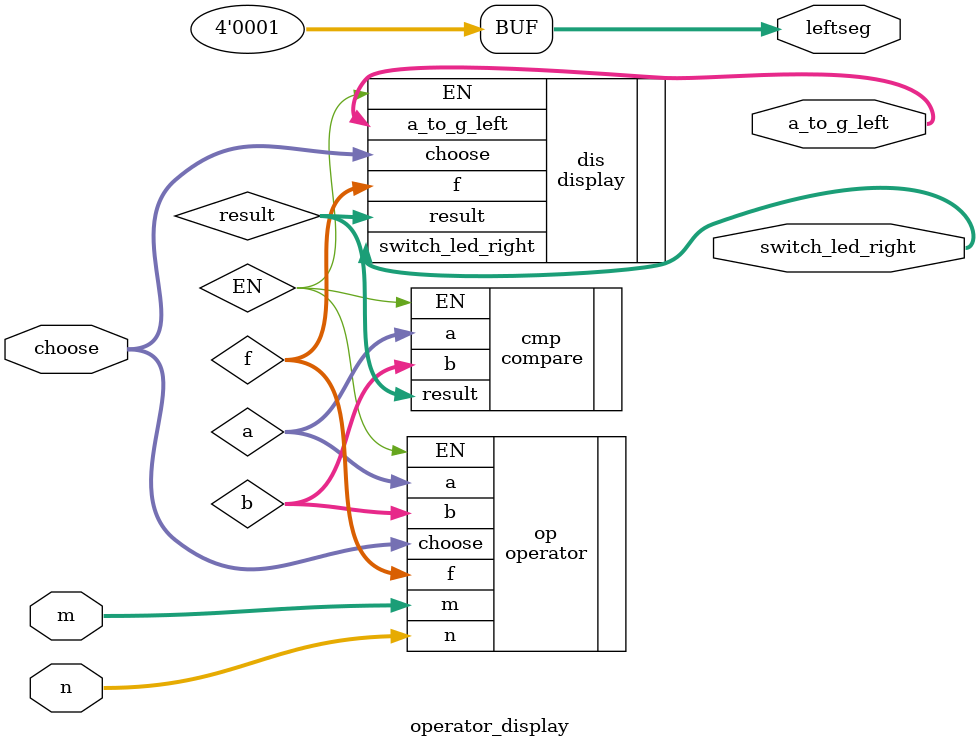
<source format=v>
`timescale 1ns / 1ps


module operator_display(
    input wire [3:0] m,n,
    input wire [2:0]choose,
    output wire [7:0]a_to_g_left,
    output wire [3:0]leftseg,
    output wire [4:0]switch_led_right
    );
    wire [4:0] f,result;
    wire EN;
    wire [3:0]a,b;
    assign leftseg=4'b0001;
    operator op(.m(m),.n(n),.choose(choose),.f(f),.EN(EN),.a(a),.b(b));
    compare cmp(.EN(EN),.a(a),.b(b),.result(result));
    display dis(.choose(choose),.EN(EN),.f(f),.result(result),
    .a_to_g_left(a_to_g_left),.switch_led_right(switch_led_right));
endmodule

</source>
